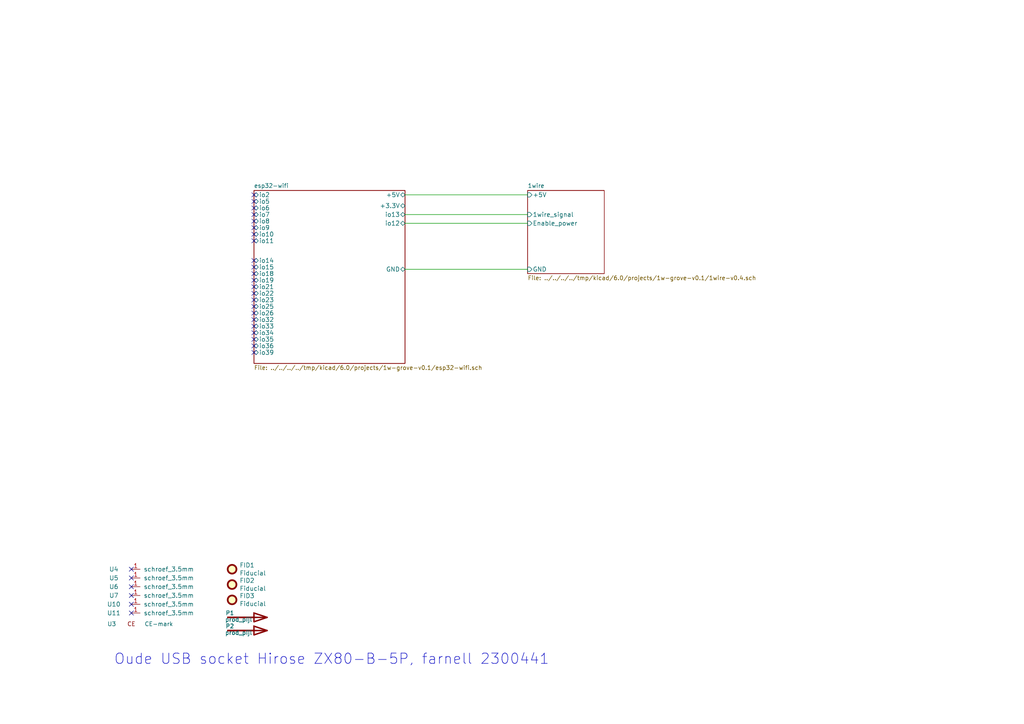
<source format=kicad_sch>
(kicad_sch (version 20230121) (generator eeschema)
  (paper "A4")
  (title_block (title "1w-esp32") (date "2020-10-16") (rev "0.1"))
  (lib_symbols
    (symbol "1w-grove-v0.1-rescue:CE-mark-1w-esp32-v0.4" (pin_names (offset 1.016))
      (property "Reference" "U" (at 0 0 0))
      (property "Value" "1w-esp32-v0.4_CE-mark" (at 0 0 0))
      (symbol "CE-mark-1w-esp32-v0.4_0_0"
        (text "CE" (at 0 0 0) (effects (font (size 1.1938 1.1938))))
      )
    )
    (symbol "1w-grove-v0.1-rescue:Fiducial-1w-esp32-v0.4"
      (property "Reference" "FID" (at 0 5.08 0))
      (property "Value" "1w-esp32-v0.4_Fiducial" (at 0 3.175 0))
      (symbol "Fiducial-1w-esp32-v0.4_0_1"
        (circle (center 0 0) (radius 1.27) (stroke (width 0.508)) (fill (type background)))
      )
    )
    (symbol "1w-grove-v0.1-rescue:prod_pijl-1w-esp32-v0.4" (pin_numbers hide) (pin_names (offset 0) hide)
      (property "Reference" "P" (at -2.54 1.27 0))
      (property "Value" "1w-esp32-v0.4_prod_pijl" (at 0 -1.27 0))
      (symbol "prod_pijl-1w-esp32-v0.4_0_1"
        (polyline (pts (xy -3.81 0) (xy 3.81 0)) (stroke (width 0.4064)))
        (polyline (pts (xy 7.62 0) (xy -3.81 0)) (stroke (width 0.4064)))
        (polyline (pts (xy 3.81 1.27) (xy 3.81 -1.27) (xy 7.62 0) (xy 3.81 1.27)) (stroke (width 0.4064)))
      )
    )
    (symbol "1w-grove-v0.1-rescue:schroef_3.5mm-1w-esp32-v0.4" (pin_names (offset 1.016))
      (property "Reference" "U" (at 0 -1.27 0))
      (property "Value" "1w-esp32-v0.4_schroef_3.5mm" (at 0 2.54 0))
      (symbol "schroef_3.5mm-1w-esp32-v0.4_1_1"
        (pin power_in line (at 0 0 0) (length 2.54) (name "schroef_3.5mm") (number "1"))
      )
    )
  )
  (no_connect (at 73.66 81.28))
  (no_connect (at 73.66 85.09))
  (no_connect (at 73.66 88.9))
  (no_connect (at 73.66 102.235))
  (no_connect (at 73.66 66.04))
  (no_connect (at 73.66 75.565))
  (no_connect (at 38.1 165.1))
  (no_connect (at 73.66 67.945))
  (no_connect (at 73.66 58.42))
  (no_connect (at 73.66 94.615))
  (no_connect (at 73.66 79.375))
  (no_connect (at 73.66 62.23))
  (no_connect (at 38.1 172.72))
  (no_connect (at 73.66 56.515))
  (no_connect (at 73.66 83.185))
  (no_connect (at 73.66 90.805))
  (no_connect (at 73.66 92.71))
  (no_connect (at 73.66 77.47))
  (no_connect (at 38.1 175.26))
  (no_connect (at 73.66 100.33))
  (no_connect (at 73.66 64.135))
  (no_connect (at 38.1 170.18))
  (no_connect (at 38.1 167.64))
  (no_connect (at 73.66 69.85))
  (no_connect (at 73.66 60.325))
  (no_connect (at 73.66 98.425))
  (no_connect (at 73.66 86.995))
  (no_connect (at 73.66 96.52))
  (no_connect (at 38.1 177.8))
  (wire (pts (xy 117.475 62.23) (xy 153.035 62.23)))
  (wire (pts (xy 117.475 64.77) (xy 153.035 64.77)))
  (wire (pts (xy 117.475 78.105) (xy 153.035 78.105)))
  (wire (pts (xy 117.475 56.515) (xy 153.035 56.515)))
  (text "Oude USB socket Hirose ZX80-B-5P, farnell 2300441" (at 33.02 193.04 0) (effects (font (size 2.9972 2.9972)) (justify left bottom)))
  (symbol (lib_id "1w-grove-v0.1-rescue:schroef_3.5mm-1w-esp32-v0.4") (at 38.1 165.1 0) (unit 1)
    (property "Reference" "U4" (at 33.02 165.1 0))
    (property "Value" "schroef_3.5mm" (effects hide))
    (property "Footprint" "1w-esp32-v0.4:schroef_3.5mm" (effects hide))
  )
  (symbol (lib_id "1w-grove-v0.1-rescue:schroef_3.5mm-1w-esp32-v0.4") (at 38.1 167.64 0) (unit 1)
    (property "Reference" "U5" (at 33.02 167.64 0))
    (property "Value" "schroef_3.5mm" (effects hide))
    (property "Footprint" "1w-esp32-v0.4:schroef_3.5mm" (effects hide))
  )
  (symbol (lib_id "1w-grove-v0.1-rescue:schroef_3.5mm-1w-esp32-v0.4") (at 38.1 170.18 0) (unit 1)
    (property "Reference" "U6" (at 33.02 170.18 0))
    (property "Value" "schroef_3.5mm" (effects hide))
    (property "Footprint" "1w-esp32-v0.4:schroef_3.5mm" (effects hide))
  )
  (symbol (lib_id "1w-grove-v0.1-rescue:schroef_3.5mm-1w-esp32-v0.4") (at 38.1 172.72 0) (unit 1)
    (property "Reference" "U7" (at 33.02 172.72 0))
    (property "Value" "schroef_3.5mm" (effects hide))
    (property "Footprint" "1w-esp32-v0.4:schroef_3.5mm" (effects hide))
  )
  (symbol (lib_id "1w-grove-v0.1-rescue:schroef_3.5mm-1w-esp32-v0.4") (at 38.1 175.26 0) (unit 1)
    (property "Reference" "U10" (at 33.02 175.26 0))
    (property "Value" "schroef_3.5mm" (effects hide))
    (property "Footprint" "1w-esp32-v0.4:schroef_3.5mm" (effects hide))
  )
  (symbol (lib_id "1w-grove-v0.1-rescue:schroef_3.5mm-1w-esp32-v0.4") (at 38.1 177.8 0) (unit 1)
    (property "Reference" "U11" (at 33.02 177.8 0))
    (property "Value" "schroef_3.5mm" (effects hide))
    (property "Footprint" "1w-esp32-v0.4:schroef_3.5mm" (effects hide))
  )
  (symbol (lib_id "1w-grove-v0.1-rescue:Fiducial-1w-esp32-v0.4") (at 67.31 165.1 0) (unit 1)
    (property "Reference" "FID1" (at 69.469 163.9316 0) (effects (justify left)))
    (property "Value" "Fiducial" (at 69.469 166.243 0) (effects (justify left)))
    (property "Footprint" "1w-esp32-v0.4:Fiducial_1mm_Mask3mm" (effects hide))
  )
  (symbol (lib_id "1w-grove-v0.1-rescue:Fiducial-1w-esp32-v0.4") (at 67.31 169.545 0) (unit 1)
    (property "Reference" "FID2" (at 69.469 168.3766 0) (effects (justify left)))
    (property "Value" "Fiducial" (at 69.469 170.688 0) (effects (justify left)))
    (property "Footprint" "1w-esp32-v0.4:Fiducial_1mm_Mask3mm" (effects hide))
  )
  (symbol (lib_id "1w-grove-v0.1-rescue:Fiducial-1w-esp32-v0.4") (at 67.31 173.99 0) (unit 1)
    (property "Reference" "FID3" (at 69.469 172.8216 0) (effects (justify left)))
    (property "Value" "Fiducial" (at 69.469 175.133 0) (effects (justify left)))
    (property "Footprint" "1w-esp32-v0.4:Fiducial_1mm_Mask3mm" (effects hide))
  )
  (symbol (lib_id "1w-grove-v0.1-rescue:prod_pijl-1w-esp32-v0.4") (at 69.85 179.07 0) (unit 1)
    (property "Reference" "P1" (at 66.675 177.8 0) (effects (font (size 1.1938 1.1938))))
    (property "Value" "prod_pijl" (at 69.215 179.705 0) (effects (font (size 1.1938 1.1938))))
    (property "Footprint" "1w-esp32-v0.4:prod.pijl" (effects hide))
  )
  (symbol (lib_id "1w-grove-v0.1-rescue:prod_pijl-1w-esp32-v0.4") (at 69.85 182.88 0) (unit 1)
    (property "Reference" "P2" (at 66.675 181.61 0) (effects (font (size 1.1938 1.1938))))
    (property "Value" "prod_pijl" (at 69.215 183.515 0) (effects (font (size 1.1938 1.1938))))
    (property "Footprint" "1w-esp32-v0.4:prod.pijl" (effects hide))
  )
  (symbol (lib_id "1w-grove-v0.1-rescue:CE-mark-1w-esp32-v0.4") (at 38.1 180.975 0) (unit 1)
    (property "Reference" "U3" (at 31.115 180.975 0) (effects (font (size 1.1938 1.1938)) (justify left)))
    (property "Value" "CE-mark" (at 41.91 180.975 0) (effects (font (size 1.1938 1.1938)) (justify left)))
    (property "Footprint" "1w-esp32-v0.4:CE-140" (effects hide))
  )
  (sheet (at 73.66 55.245) (size 43.815 50.165)
    (property "Sheetname" "esp32-wifi" (at 73.66 54.5715 0) (effects (font (size 1.1938 1.1938)) (justify left bottom)))
    (property "Sheetfile" "../../../../tmp/kicad/6.0/projects/1w-grove-v0.1/esp32-wifi.sch" (at 73.66 105.9641 0) (effects (font (size 1.1938 1.1938)) (justify left top)))
    (pin "+3.3V" bidirectional (at 117.475 59.69 0))
    (pin "io12" bidirectional (at 117.475 64.77 0))
    (pin "io13" bidirectional (at 117.475 62.23 0))
    (pin "io18" bidirectional (at 73.66 79.375 180))
    (pin "GND" bidirectional (at 117.475 78.105 0))
    (pin "io23" bidirectional (at 73.66 86.995 180))
    (pin "io22" bidirectional (at 73.66 85.09 180))
    (pin "io21" bidirectional (at 73.66 83.185 180))
    (pin "io19" bidirectional (at 73.66 81.28 180))
    (pin "io5" bidirectional (at 73.66 58.42 180))
    (pin "io2" bidirectional (at 73.66 56.515 180))
    (pin "io15" bidirectional (at 73.66 77.47 180))
    (pin "io8" bidirectional (at 73.66 64.135 180))
    (pin "io7" bidirectional (at 73.66 62.23 180))
    (pin "io6" bidirectional (at 73.66 60.325 180))
    (pin "io36" bidirectional (at 73.66 100.33 180))
    (pin "io39" bidirectional (at 73.66 102.235 180))
    (pin "io34" bidirectional (at 73.66 96.52 180))
    (pin "io35" bidirectional (at 73.66 98.425 180))
    (pin "io32" bidirectional (at 73.66 92.71 180))
    (pin "io33" bidirectional (at 73.66 94.615 180))
    (pin "io25" bidirectional (at 73.66 88.9 180))
    (pin "io26" bidirectional (at 73.66 90.805 180))
    (pin "io14" bidirectional (at 73.66 75.565 180))
    (pin "io9" bidirectional (at 73.66 66.04 180))
    (pin "io10" bidirectional (at 73.66 67.945 180))
    (pin "io11" bidirectional (at 73.66 69.85 180))
    (pin "+5V" bidirectional (at 117.475 56.515 0))
  )
  (sheet (at 153.035 55.245) (size 22.225 24.13)
    (property "Sheetname" "1wire" (at 153.035 54.5715 0) (effects (font (size 1.1938 1.1938)) (justify left bottom)))
    (property "Sheetfile" "../../../../tmp/kicad/6.0/projects/1w-grove-v0.1/1wire-v0.4.sch" (at 153.035 79.9291 0) (effects (font (size 1.1938 1.1938)) (justify left top)))
    (pin "+5V" input (at 153.035 56.515 180))
    (pin "1wire_signal" input (at 153.035 62.23 180))
    (pin "Enable_power" input (at 153.035 64.77 180))
    (pin "GND" input (at 153.035 78.105 180))
  )
)
</source>
